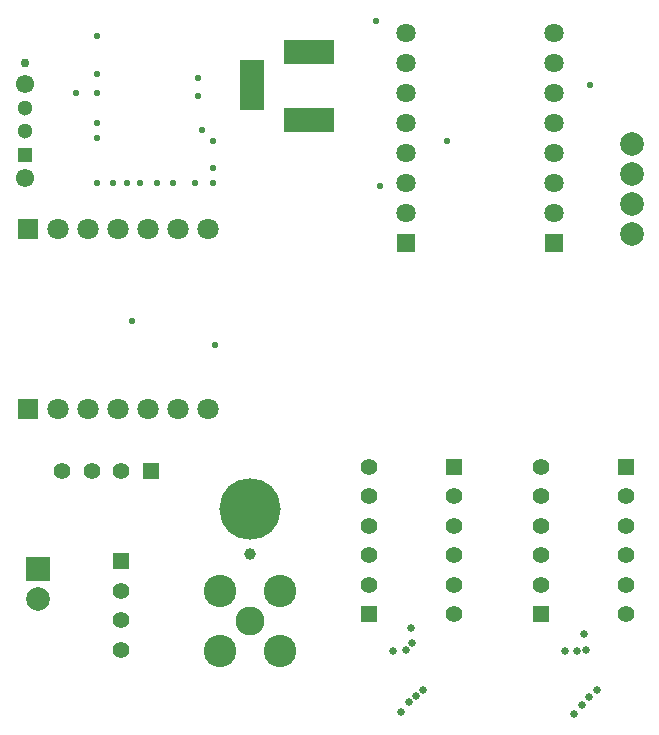
<source format=gbr>
%TF.GenerationSoftware,Altium Limited,Altium Designer,22.7.1 (60)*%
G04 Layer_Color=16711935*
%FSLAX45Y45*%
%MOMM*%
%TF.SameCoordinates,61DBAAF2-DE87-4E8A-AD11-02536D302051*%
%TF.FilePolarity,Negative*%
%TF.FileFunction,Soldermask,Bot*%
%TF.Part,Single*%
G01*
G75*
%TA.AperFunction,ComponentPad*%
%ADD22C,1.55000*%
%ADD23C,1.30000*%
%ADD24R,1.30000X1.30000*%
%ADD30C,1.40000*%
%ADD31R,1.40000X1.40000*%
%ADD32R,1.40000X1.40000*%
%ADD44R,1.62820X1.62820*%
%ADD45C,1.62820*%
%ADD46C,2.00320*%
%ADD47R,4.20320X2.00320*%
%ADD48R,2.00320X4.20320*%
%ADD49C,2.45320*%
%ADD50C,2.75320*%
%ADD51C,1.80320*%
%ADD52R,1.80320X1.80320*%
%ADD53R,2.00320X2.00320*%
%TA.AperFunction,ViaPad*%
%ADD54C,0.58420*%
%ADD55C,0.76320*%
%ADD56C,0.65320*%
%ADD57C,5.20320*%
%ADD58C,1.00320*%
D22*
X1039858Y6105500D02*
D03*
X1039858Y5305500D02*
D03*
D23*
X1039857Y5905500D02*
D03*
X1039858Y5705501D02*
D03*
D24*
X1039857Y5505501D02*
D03*
D30*
X1853535Y1313751D02*
D03*
X1853535Y1563751D02*
D03*
X1853535Y1813750D02*
D03*
X1857535Y2825750D02*
D03*
X1607535D02*
D03*
X1357536D02*
D03*
X4671975Y2615485D02*
D03*
Y2365485D02*
D03*
Y2115485D02*
D03*
Y1865485D02*
D03*
Y1615485D02*
D03*
X3949660Y1865485D02*
D03*
X3949660Y2115485D02*
D03*
Y2365485D02*
D03*
Y2615485D02*
D03*
Y2865485D02*
D03*
X5410160Y1865485D02*
D03*
X5410160Y2115485D02*
D03*
Y2365485D02*
D03*
Y2615485D02*
D03*
Y2865485D02*
D03*
X6132475Y2615485D02*
D03*
Y2365485D02*
D03*
Y2115485D02*
D03*
Y1865485D02*
D03*
Y1615485D02*
D03*
D31*
X1853535Y2063750D02*
D03*
X4671975Y2865485D02*
D03*
X3949660Y1615485D02*
D03*
X5410160D02*
D03*
X6132475Y2865485D02*
D03*
D32*
X2107535Y2825750D02*
D03*
D44*
X5517961Y4762500D02*
D03*
X4265961Y4762499D02*
D03*
D45*
X5517961Y5016500D02*
D03*
Y5270501D02*
D03*
X5517962Y5524499D02*
D03*
X5517960Y5778500D02*
D03*
X5517961Y6032501D02*
D03*
X5517961Y6286499D02*
D03*
X5517962Y6540502D02*
D03*
X4265961Y5016501D02*
D03*
Y5270501D02*
D03*
X4265960Y5524501D02*
D03*
X4265959Y5778500D02*
D03*
X4265961Y6032501D02*
D03*
X4265961Y6286499D02*
D03*
X4265962Y6540500D02*
D03*
D46*
X6178888Y4838061D02*
D03*
X6178888Y5092061D02*
D03*
X6178888Y5346061D02*
D03*
X6178887Y5600060D02*
D03*
X1153107Y1746250D02*
D03*
D47*
X3444785Y5796000D02*
D03*
X3444786Y6376001D02*
D03*
D48*
X2964785Y6096000D02*
D03*
D49*
X2942284Y1555750D02*
D03*
D50*
X2688284Y1809750D02*
D03*
Y1301750D02*
D03*
X3196284Y1301749D02*
D03*
X3196285Y1809750D02*
D03*
D51*
X2586800Y3351441D02*
D03*
X2332801Y3351440D02*
D03*
X1824800Y3351441D02*
D03*
X1316800Y3351440D02*
D03*
X1570801Y3351441D02*
D03*
X2078801D02*
D03*
X2586799Y4876268D02*
D03*
X2332800Y4876267D02*
D03*
X1824800Y4876267D02*
D03*
X1316800D02*
D03*
X1570800D02*
D03*
X2078800D02*
D03*
D52*
X1062801Y3351441D02*
D03*
X1062800Y4876267D02*
D03*
D53*
X1153108Y2000250D02*
D03*
D54*
X1651000Y6508750D02*
D03*
Y6191250D02*
D03*
Y6032500D02*
D03*
Y5778500D02*
D03*
Y5651500D02*
D03*
X2508250Y6159500D02*
D03*
Y6000750D02*
D03*
X2540000Y5715000D02*
D03*
X2635250Y5619750D02*
D03*
X1472535Y6032500D02*
D03*
X4615785Y5619750D02*
D03*
X4044285Y5238750D02*
D03*
X4011051Y6637233D02*
D03*
X5822285Y6096000D02*
D03*
X2647285Y3892551D02*
D03*
X1948785Y4095750D02*
D03*
X2635250Y5397500D02*
D03*
Y5270500D02*
D03*
X2476500D02*
D03*
X2298035D02*
D03*
X2015300D02*
D03*
X1790035D02*
D03*
X1651000D02*
D03*
X2159000D02*
D03*
X1905000D02*
D03*
D55*
X1039858Y6286500D02*
D03*
D56*
X4225199Y784618D02*
D03*
X4411991Y974404D02*
D03*
X4353142Y921779D02*
D03*
X4290333Y869721D02*
D03*
X5881330Y971541D02*
D03*
X5787718Y1312286D02*
D03*
X5718192Y1301228D02*
D03*
X5812725Y912521D02*
D03*
X5753537Y851140D02*
D03*
X5688868Y773866D02*
D03*
X4267839Y1313562D02*
D03*
X4313732Y1373099D02*
D03*
X4308771Y1499617D02*
D03*
X4155030Y1306357D02*
D03*
X5615530D02*
D03*
X5770094Y1450444D02*
D03*
D57*
X2942284Y2508250D02*
D03*
D58*
Y2127250D02*
D03*
%TF.MD5,9bb11c5592f4ca05e8b4bbac9edd021d*%
M02*

</source>
